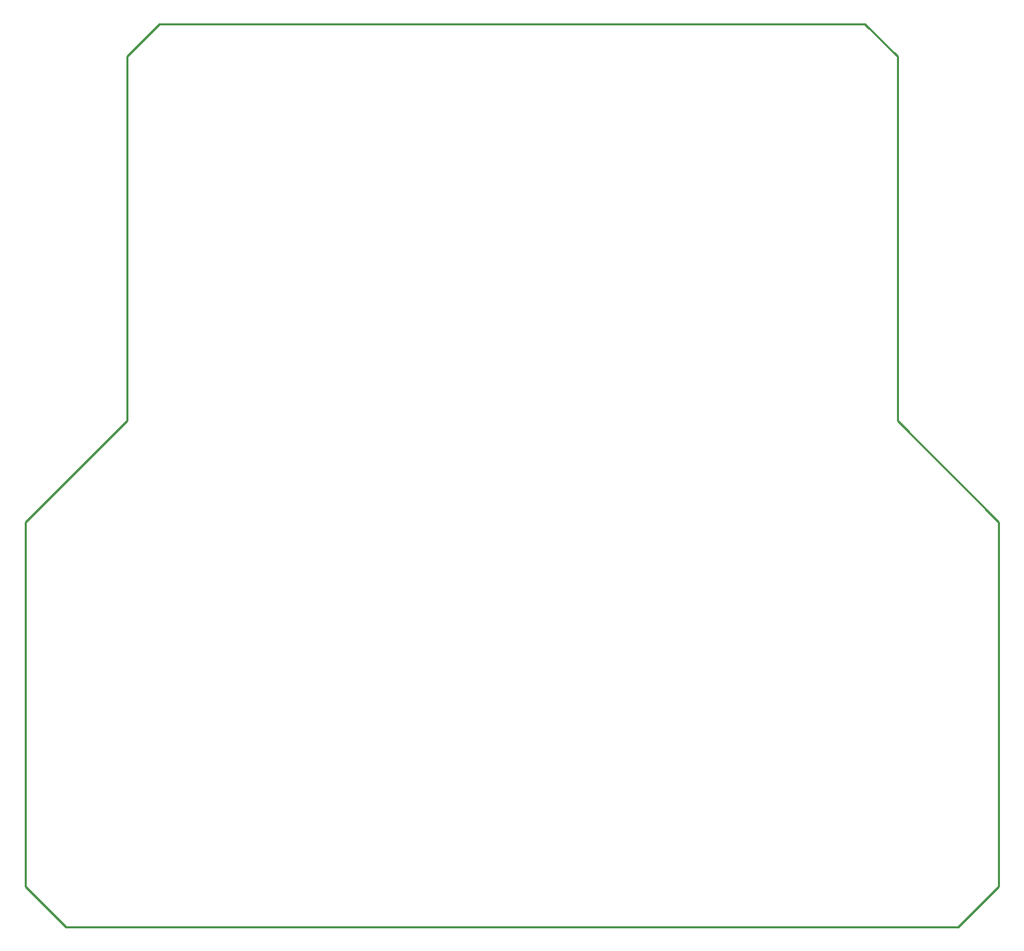
<source format=gko>
G04 Layer: BoardOutlineLayer*
G04 EasyEDA v6.5.48, 2025-04-04 07:46:01*
G04 4687ed6ded954ee48c47ff8f5e5d54f1,b35f8af89abf434ebf5b09c67136b050,10*
G04 Gerber Generator version 0.2*
G04 Scale: 100 percent, Rotated: No, Reflected: No *
G04 Dimensions in millimeters *
G04 leading zeros omitted , absolute positions ,4 integer and 5 decimal *
%FSLAX45Y45*%
%MOMM*%

%ADD10C,0.2540*%
D10*
X11750040Y500126D02*
G01*
X11750040Y500126D01*
X11249913Y0D01*
X249936Y0D01*
X249936Y0D01*
X-249936Y500126D01*
X-249936Y4999989D01*
X999997Y6249923D01*
X999997Y10750042D01*
X1400047Y11150092D01*
X5703824Y11150092D01*
X10099802Y11150092D01*
X10499852Y10750042D01*
X10499852Y6249923D01*
X11750040Y4999989D01*
X11750040Y500126D01*

%LPD*%
M02*

</source>
